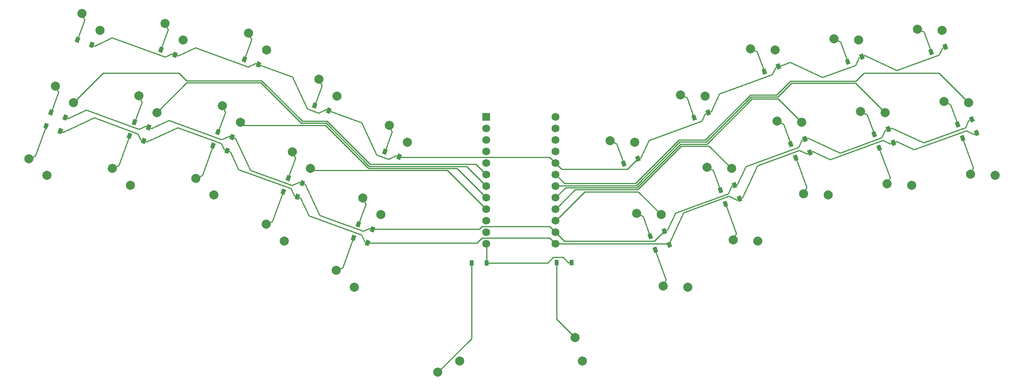
<source format=gbr>
G04 #@! TF.GenerationSoftware,KiCad,Pcbnew,(5.1.4)-1*
G04 #@! TF.CreationDate,2021-02-14T17:08:46-07:00*
G04 #@! TF.ProjectId,ONI-Kyan Shakotan,4f4e492d-4b79-4616-9e20-5368616b6f74,rev?*
G04 #@! TF.SameCoordinates,Original*
G04 #@! TF.FileFunction,Copper,L2,Bot*
G04 #@! TF.FilePolarity,Positive*
%FSLAX46Y46*%
G04 Gerber Fmt 4.6, Leading zero omitted, Abs format (unit mm)*
G04 Created by KiCad (PCBNEW (5.1.4)-1) date 2021-02-14 17:08:46*
%MOMM*%
%LPD*%
G04 APERTURE LIST*
%ADD10C,2.000000*%
%ADD11R,1.752600X1.752600*%
%ADD12C,1.752600*%
%ADD13R,0.900000X1.200000*%
%ADD14C,0.900000*%
%ADD15C,0.150000*%
%ADD16C,0.250000*%
G04 APERTURE END LIST*
D10*
X154750093Y-126112372D03*
X156355338Y-131292448D03*
X124572031Y-133772815D03*
X129394662Y-131292447D03*
X90741381Y-104877202D03*
X86761160Y-101193747D03*
X204655162Y-78752371D03*
X199238456Y-78489118D03*
X247205610Y-90401806D03*
X241788904Y-90138553D03*
X228837554Y-92564475D03*
X223420848Y-92301222D03*
X210469503Y-94727146D03*
X205052797Y-94463893D03*
X195008621Y-104877201D03*
X189591915Y-104613948D03*
X179547741Y-115027256D03*
X174131035Y-114764003D03*
X106202261Y-115027258D03*
X102222040Y-111343803D03*
X75280497Y-94727143D03*
X71300276Y-91043688D03*
X56912444Y-92564478D03*
X52932223Y-88881023D03*
X38544390Y-90401806D03*
X34564169Y-86718351D03*
X241391265Y-74427031D03*
X235974559Y-74163778D03*
X223023212Y-76589702D03*
X217606506Y-76326449D03*
X189194278Y-88902429D03*
X183777572Y-88639176D03*
X173733399Y-99052484D03*
X168316693Y-98789231D03*
X112016603Y-99052484D03*
X108036382Y-95369029D03*
X96555721Y-88902429D03*
X92575500Y-85218974D03*
X81094839Y-78752371D03*
X77114618Y-75068916D03*
X62726788Y-76589703D03*
X58746567Y-72906248D03*
X44358736Y-74427031D03*
X40378515Y-70743576D03*
X235576922Y-58452257D03*
X230160216Y-58189004D03*
X217208871Y-60614928D03*
X211792165Y-60351675D03*
X198840818Y-62777596D03*
X193424112Y-62514343D03*
X183379938Y-72927651D03*
X177963232Y-72664398D03*
X167919054Y-83077706D03*
X162502348Y-82814453D03*
X117830947Y-83077708D03*
X113850726Y-79394253D03*
X102370062Y-72927651D03*
X98389841Y-69244196D03*
X86909182Y-62777598D03*
X82928961Y-59094143D03*
X68541127Y-60614928D03*
X64560906Y-56931473D03*
X50173075Y-58452255D03*
X46192854Y-54768800D03*
D11*
X135255000Y-77569272D03*
D12*
X135255000Y-80109272D03*
X135255000Y-82649272D03*
X135255000Y-85189272D03*
X135255000Y-87729272D03*
X135255000Y-90269272D03*
X135255000Y-92809272D03*
X135255000Y-95349272D03*
X135255000Y-97889272D03*
X135255000Y-100429272D03*
X135255000Y-102969272D03*
X150495000Y-105509272D03*
X150495000Y-102969272D03*
X150495000Y-100429272D03*
X150495000Y-97889272D03*
X150495000Y-95349272D03*
X150495000Y-92809272D03*
X150495000Y-90269272D03*
X150495000Y-87729272D03*
X150495000Y-85189272D03*
X150495000Y-82649272D03*
X150495000Y-80109272D03*
X135255000Y-105509272D03*
X150495000Y-77569272D03*
D13*
X150676289Y-109601773D03*
X153976289Y-109601773D03*
X135276289Y-109670597D03*
X131976289Y-109670597D03*
D14*
X240069302Y-82197805D03*
D15*
G36*
X240286952Y-81480080D02*
G01*
X240697376Y-82607712D01*
X239851652Y-82915530D01*
X239441228Y-81787898D01*
X240286952Y-81480080D01*
X240286952Y-81480080D01*
G37*
D14*
X243170288Y-81069139D03*
D15*
G36*
X243387938Y-80351414D02*
G01*
X243798362Y-81479046D01*
X242952638Y-81786864D01*
X242542214Y-80659232D01*
X243387938Y-80351414D01*
X243387938Y-80351414D01*
G37*
D14*
X221701250Y-84360475D03*
D15*
G36*
X221918900Y-83642750D02*
G01*
X222329324Y-84770382D01*
X221483600Y-85078200D01*
X221073176Y-83950568D01*
X221918900Y-83642750D01*
X221918900Y-83642750D01*
G37*
D14*
X224802236Y-83231809D03*
D15*
G36*
X225019886Y-82514084D02*
G01*
X225430310Y-83641716D01*
X224584586Y-83949534D01*
X224174162Y-82821902D01*
X225019886Y-82514084D01*
X225019886Y-82514084D01*
G37*
D14*
X203333196Y-86523145D03*
D15*
G36*
X203550846Y-85805420D02*
G01*
X203961270Y-86933052D01*
X203115546Y-87240870D01*
X202705122Y-86113238D01*
X203550846Y-85805420D01*
X203550846Y-85805420D01*
G37*
D14*
X206434182Y-85394479D03*
D15*
G36*
X206651832Y-84676754D02*
G01*
X207062256Y-85804386D01*
X206216532Y-86112204D01*
X205806108Y-84984572D01*
X206651832Y-84676754D01*
X206651832Y-84676754D01*
G37*
D14*
X187872316Y-96673201D03*
D15*
G36*
X188089966Y-95955476D02*
G01*
X188500390Y-97083108D01*
X187654666Y-97390926D01*
X187244242Y-96263294D01*
X188089966Y-95955476D01*
X188089966Y-95955476D01*
G37*
D14*
X190973302Y-95544535D03*
D15*
G36*
X191190952Y-94826810D02*
G01*
X191601376Y-95954442D01*
X190755652Y-96262260D01*
X190345228Y-95134628D01*
X191190952Y-94826810D01*
X191190952Y-94826810D01*
G37*
D14*
X172411434Y-106823258D03*
D15*
G36*
X172629084Y-106105533D02*
G01*
X173039508Y-107233165D01*
X172193784Y-107540983D01*
X171783360Y-106413351D01*
X172629084Y-106105533D01*
X172629084Y-106105533D01*
G37*
D14*
X175512420Y-105694592D03*
D15*
G36*
X175730070Y-104976867D02*
G01*
X176140494Y-106104499D01*
X175294770Y-106412317D01*
X174884346Y-105284685D01*
X175730070Y-104976867D01*
X175730070Y-104976867D01*
G37*
D14*
X106008963Y-104155498D03*
D15*
G36*
X106637037Y-103745591D02*
G01*
X106226613Y-104873223D01*
X105380889Y-104565405D01*
X105791313Y-103437773D01*
X106637037Y-103745591D01*
X106637037Y-103745591D01*
G37*
D14*
X109109949Y-105284164D03*
D15*
G36*
X109738023Y-104874257D02*
G01*
X109327599Y-106001889D01*
X108481875Y-105694071D01*
X108892299Y-104566439D01*
X109738023Y-104874257D01*
X109738023Y-104874257D01*
G37*
D14*
X90548081Y-94005439D03*
D15*
G36*
X91176155Y-93595532D02*
G01*
X90765731Y-94723164D01*
X89920007Y-94415346D01*
X90330431Y-93287714D01*
X91176155Y-93595532D01*
X91176155Y-93595532D01*
G37*
D14*
X93649067Y-95134105D03*
D15*
G36*
X94277141Y-94724198D02*
G01*
X93866717Y-95851830D01*
X93020993Y-95544012D01*
X93431417Y-94416380D01*
X94277141Y-94724198D01*
X94277141Y-94724198D01*
G37*
D14*
X75087201Y-83855386D03*
D15*
G36*
X75715275Y-83445479D02*
G01*
X75304851Y-84573111D01*
X74459127Y-84265293D01*
X74869551Y-83137661D01*
X75715275Y-83445479D01*
X75715275Y-83445479D01*
G37*
D14*
X78188187Y-84984052D03*
D15*
G36*
X78816261Y-84574145D02*
G01*
X78405837Y-85701777D01*
X77560113Y-85393959D01*
X77970537Y-84266327D01*
X78816261Y-84574145D01*
X78816261Y-84574145D01*
G37*
D14*
X56719147Y-81692718D03*
D15*
G36*
X57347221Y-81282811D02*
G01*
X56936797Y-82410443D01*
X56091073Y-82102625D01*
X56501497Y-80974993D01*
X57347221Y-81282811D01*
X57347221Y-81282811D01*
G37*
D14*
X59820133Y-82821384D03*
D15*
G36*
X60448207Y-82411477D02*
G01*
X60037783Y-83539109D01*
X59192059Y-83231291D01*
X59602483Y-82103659D01*
X60448207Y-82411477D01*
X60448207Y-82411477D01*
G37*
D14*
X38351095Y-79530050D03*
D15*
G36*
X38979169Y-79120143D02*
G01*
X38568745Y-80247775D01*
X37723021Y-79939957D01*
X38133445Y-78812325D01*
X38979169Y-79120143D01*
X38979169Y-79120143D01*
G37*
D14*
X41452081Y-80658716D03*
D15*
G36*
X42080155Y-80248809D02*
G01*
X41669731Y-81376441D01*
X40824007Y-81068623D01*
X41234431Y-79940991D01*
X42080155Y-80248809D01*
X42080155Y-80248809D01*
G37*
D14*
X238979112Y-79202534D03*
D15*
G36*
X239196762Y-78484809D02*
G01*
X239607186Y-79612441D01*
X238761462Y-79920259D01*
X238351038Y-78792627D01*
X239196762Y-78484809D01*
X239196762Y-78484809D01*
G37*
D14*
X242080098Y-78073868D03*
D15*
G36*
X242297748Y-77356143D02*
G01*
X242708172Y-78483775D01*
X241862448Y-78791593D01*
X241452024Y-77663961D01*
X242297748Y-77356143D01*
X242297748Y-77356143D01*
G37*
D14*
X220611060Y-81365204D03*
D15*
G36*
X220828710Y-80647479D02*
G01*
X221239134Y-81775111D01*
X220393410Y-82082929D01*
X219982986Y-80955297D01*
X220828710Y-80647479D01*
X220828710Y-80647479D01*
G37*
D14*
X223712046Y-80236538D03*
D15*
G36*
X223929696Y-79518813D02*
G01*
X224340120Y-80646445D01*
X223494396Y-80954263D01*
X223083972Y-79826631D01*
X223929696Y-79518813D01*
X223929696Y-79518813D01*
G37*
D14*
X202243006Y-83527873D03*
D15*
G36*
X202460656Y-82810148D02*
G01*
X202871080Y-83937780D01*
X202025356Y-84245598D01*
X201614932Y-83117966D01*
X202460656Y-82810148D01*
X202460656Y-82810148D01*
G37*
D14*
X205343992Y-82399207D03*
D15*
G36*
X205561642Y-81681482D02*
G01*
X205972066Y-82809114D01*
X205126342Y-83116932D01*
X204715918Y-81989300D01*
X205561642Y-81681482D01*
X205561642Y-81681482D01*
G37*
D14*
X186782127Y-93677929D03*
D15*
G36*
X186999777Y-92960204D02*
G01*
X187410201Y-94087836D01*
X186564477Y-94395654D01*
X186154053Y-93268022D01*
X186999777Y-92960204D01*
X186999777Y-92960204D01*
G37*
D14*
X189883113Y-92549263D03*
D15*
G36*
X190100763Y-91831538D02*
G01*
X190511187Y-92959170D01*
X189665463Y-93266988D01*
X189255039Y-92139356D01*
X190100763Y-91831538D01*
X190100763Y-91831538D01*
G37*
D14*
X171321246Y-103827984D03*
D15*
G36*
X171538896Y-103110259D02*
G01*
X171949320Y-104237891D01*
X171103596Y-104545709D01*
X170693172Y-103418077D01*
X171538896Y-103110259D01*
X171538896Y-103110259D01*
G37*
D14*
X174422232Y-102699318D03*
D15*
G36*
X174639882Y-101981593D02*
G01*
X175050306Y-103109225D01*
X174204582Y-103417043D01*
X173794158Y-102289411D01*
X174639882Y-101981593D01*
X174639882Y-101981593D01*
G37*
D14*
X107099154Y-101160230D03*
D15*
G36*
X107727228Y-100750323D02*
G01*
X107316804Y-101877955D01*
X106471080Y-101570137D01*
X106881504Y-100442505D01*
X107727228Y-100750323D01*
X107727228Y-100750323D01*
G37*
D14*
X110200140Y-102288896D03*
D15*
G36*
X110828214Y-101878989D02*
G01*
X110417790Y-103006621D01*
X109572066Y-102698803D01*
X109982490Y-101571171D01*
X110828214Y-101878989D01*
X110828214Y-101878989D01*
G37*
D14*
X91638272Y-91010172D03*
D15*
G36*
X92266346Y-90600265D02*
G01*
X91855922Y-91727897D01*
X91010198Y-91420079D01*
X91420622Y-90292447D01*
X92266346Y-90600265D01*
X92266346Y-90600265D01*
G37*
D14*
X94739258Y-92138838D03*
D15*
G36*
X95367332Y-91728931D02*
G01*
X94956908Y-92856563D01*
X94111184Y-92548745D01*
X94521608Y-91421113D01*
X95367332Y-91728931D01*
X95367332Y-91728931D01*
G37*
D14*
X76177387Y-80860116D03*
D15*
G36*
X76805461Y-80450209D02*
G01*
X76395037Y-81577841D01*
X75549313Y-81270023D01*
X75959737Y-80142391D01*
X76805461Y-80450209D01*
X76805461Y-80450209D01*
G37*
D14*
X79278373Y-81988782D03*
D15*
G36*
X79906447Y-81578875D02*
G01*
X79496023Y-82706507D01*
X78650299Y-82398689D01*
X79060723Y-81271057D01*
X79906447Y-81578875D01*
X79906447Y-81578875D01*
G37*
D14*
X57809337Y-78697446D03*
D15*
G36*
X58437411Y-78287539D02*
G01*
X58026987Y-79415171D01*
X57181263Y-79107353D01*
X57591687Y-77979721D01*
X58437411Y-78287539D01*
X58437411Y-78287539D01*
G37*
D14*
X60910323Y-79826112D03*
D15*
G36*
X61538397Y-79416205D02*
G01*
X61127973Y-80543837D01*
X60282249Y-80236019D01*
X60692673Y-79108387D01*
X61538397Y-79416205D01*
X61538397Y-79416205D01*
G37*
D14*
X39441283Y-76534779D03*
D15*
G36*
X40069357Y-76124872D02*
G01*
X39658933Y-77252504D01*
X38813209Y-76944686D01*
X39223633Y-75817054D01*
X40069357Y-76124872D01*
X40069357Y-76124872D01*
G37*
D14*
X42542269Y-77663445D03*
D15*
G36*
X43170343Y-77253538D02*
G01*
X42759919Y-78381170D01*
X41914195Y-78073352D01*
X42324619Y-76945720D01*
X43170343Y-77253538D01*
X43170343Y-77253538D01*
G37*
D14*
X233164771Y-63227763D03*
D15*
G36*
X233382421Y-62510038D02*
G01*
X233792845Y-63637670D01*
X232947121Y-63945488D01*
X232536697Y-62817856D01*
X233382421Y-62510038D01*
X233382421Y-62510038D01*
G37*
D14*
X236265757Y-62099097D03*
D15*
G36*
X236483407Y-61381372D02*
G01*
X236893831Y-62509004D01*
X236048107Y-62816822D01*
X235637683Y-61689190D01*
X236483407Y-61381372D01*
X236483407Y-61381372D01*
G37*
D14*
X214796720Y-65390427D03*
D15*
G36*
X215014370Y-64672702D02*
G01*
X215424794Y-65800334D01*
X214579070Y-66108152D01*
X214168646Y-64980520D01*
X215014370Y-64672702D01*
X215014370Y-64672702D01*
G37*
D14*
X217897706Y-64261761D03*
D15*
G36*
X218115356Y-63544036D02*
G01*
X218525780Y-64671668D01*
X217680056Y-64979486D01*
X217269632Y-63851854D01*
X218115356Y-63544036D01*
X218115356Y-63544036D01*
G37*
D14*
X196428664Y-67553097D03*
D15*
G36*
X196646314Y-66835372D02*
G01*
X197056738Y-67963004D01*
X196211014Y-68270822D01*
X195800590Y-67143190D01*
X196646314Y-66835372D01*
X196646314Y-66835372D01*
G37*
D14*
X199529650Y-66424431D03*
D15*
G36*
X199747300Y-65706706D02*
G01*
X200157724Y-66834338D01*
X199312000Y-67142156D01*
X198901576Y-66014524D01*
X199747300Y-65706706D01*
X199747300Y-65706706D01*
G37*
D14*
X180967784Y-77703154D03*
D15*
G36*
X181185434Y-76985429D02*
G01*
X181595858Y-78113061D01*
X180750134Y-78420879D01*
X180339710Y-77293247D01*
X181185434Y-76985429D01*
X181185434Y-76985429D01*
G37*
D14*
X184068770Y-76574488D03*
D15*
G36*
X184286420Y-75856763D02*
G01*
X184696844Y-76984395D01*
X183851120Y-77292213D01*
X183440696Y-76164581D01*
X184286420Y-75856763D01*
X184286420Y-75856763D01*
G37*
D14*
X165506903Y-87853211D03*
D15*
G36*
X165724553Y-87135486D02*
G01*
X166134977Y-88263118D01*
X165289253Y-88570936D01*
X164878829Y-87443304D01*
X165724553Y-87135486D01*
X165724553Y-87135486D01*
G37*
D14*
X168607889Y-86724545D03*
D15*
G36*
X168825539Y-86006820D02*
G01*
X169235963Y-87134452D01*
X168390239Y-87442270D01*
X167979815Y-86314638D01*
X168825539Y-86006820D01*
X168825539Y-86006820D01*
G37*
D14*
X112913495Y-85185456D03*
D15*
G36*
X113541569Y-84775549D02*
G01*
X113131145Y-85903181D01*
X112285421Y-85595363D01*
X112695845Y-84467731D01*
X113541569Y-84775549D01*
X113541569Y-84775549D01*
G37*
D14*
X116014481Y-86314122D03*
D15*
G36*
X116642555Y-85904215D02*
G01*
X116232131Y-87031847D01*
X115386407Y-86724029D01*
X115796831Y-85596397D01*
X116642555Y-85904215D01*
X116642555Y-85904215D01*
G37*
D14*
X97452615Y-75035399D03*
D15*
G36*
X98080689Y-74625492D02*
G01*
X97670265Y-75753124D01*
X96824541Y-75445306D01*
X97234965Y-74317674D01*
X98080689Y-74625492D01*
X98080689Y-74625492D01*
G37*
D14*
X100553601Y-76164065D03*
D15*
G36*
X101181675Y-75754158D02*
G01*
X100771251Y-76881790D01*
X99925527Y-76573972D01*
X100335951Y-75446340D01*
X101181675Y-75754158D01*
X101181675Y-75754158D01*
G37*
D14*
X81991732Y-64885343D03*
D15*
G36*
X82619806Y-64475436D02*
G01*
X82209382Y-65603068D01*
X81363658Y-65295250D01*
X81774082Y-64167618D01*
X82619806Y-64475436D01*
X82619806Y-64475436D01*
G37*
D14*
X85092718Y-66014009D03*
D15*
G36*
X85720792Y-65604102D02*
G01*
X85310368Y-66731734D01*
X84464644Y-66423916D01*
X84875068Y-65296284D01*
X85720792Y-65604102D01*
X85720792Y-65604102D01*
G37*
D14*
X63623683Y-62722676D03*
D15*
G36*
X64251757Y-62312769D02*
G01*
X63841333Y-63440401D01*
X62995609Y-63132583D01*
X63406033Y-62004951D01*
X64251757Y-62312769D01*
X64251757Y-62312769D01*
G37*
D14*
X66724669Y-63851342D03*
D15*
G36*
X67352743Y-63441435D02*
G01*
X66942319Y-64569067D01*
X66096595Y-64261249D01*
X66507019Y-63133617D01*
X67352743Y-63441435D01*
X67352743Y-63441435D01*
G37*
D14*
X45255625Y-60560005D03*
D15*
G36*
X45883699Y-60150098D02*
G01*
X45473275Y-61277730D01*
X44627551Y-60969912D01*
X45037975Y-59842280D01*
X45883699Y-60150098D01*
X45883699Y-60150098D01*
G37*
D14*
X48356611Y-61688671D03*
D15*
G36*
X48984685Y-61278764D02*
G01*
X48574261Y-62406396D01*
X47728537Y-62098578D01*
X48138961Y-60970946D01*
X48984685Y-61278764D01*
X48984685Y-61278764D01*
G37*
D16*
X49014396Y-61928085D02*
X52875557Y-60127596D01*
X48356611Y-61688671D02*
X49014396Y-61928085D01*
X66066884Y-63611928D02*
X66724669Y-63851342D01*
X64480765Y-64351547D02*
X66066884Y-63611928D01*
X52875557Y-60127596D02*
X64480765Y-64351547D01*
X67382453Y-64090756D02*
X71179530Y-62320151D01*
X66724669Y-63851342D02*
X67382453Y-64090756D01*
X84434932Y-65774595D02*
X85092718Y-66014009D01*
X82784729Y-66544098D02*
X84434932Y-65774595D01*
X71179530Y-62320151D02*
X82784729Y-66544098D01*
X99895816Y-75924652D02*
X100553600Y-76164065D01*
X98309696Y-76664271D02*
X99895816Y-75924652D01*
X95807765Y-75753642D02*
X98309696Y-76664271D01*
X85092718Y-66014009D02*
X92528038Y-68720245D01*
X92528038Y-68720245D02*
X95807765Y-75753642D01*
X115356696Y-86074709D02*
X116014481Y-86314122D01*
X113706492Y-86844211D02*
X115356696Y-86074709D01*
X111063607Y-85882279D02*
X113706492Y-86844211D01*
X100553600Y-76164065D02*
X107753996Y-78784796D01*
X107753996Y-78784796D02*
X111063607Y-85882279D01*
X149198247Y-86432519D02*
X150495000Y-87729272D01*
X116014481Y-86314122D02*
X116132878Y-86432519D01*
X116132878Y-86432519D02*
X149198247Y-86432519D01*
X169265674Y-86485131D02*
X171036279Y-82688055D01*
X168607889Y-86724545D02*
X169265674Y-86485131D01*
X183410985Y-76813902D02*
X184068770Y-76574488D01*
X182641482Y-78464107D02*
X183410985Y-76813902D01*
X171036279Y-82688055D02*
X182641482Y-78464107D01*
X184726555Y-76335074D02*
X186527043Y-72473914D01*
X184068770Y-76574488D02*
X184726555Y-76335074D01*
X198871865Y-66663845D02*
X199529650Y-66424431D01*
X198132245Y-68249966D02*
X198871865Y-66663845D01*
X186527043Y-72473914D02*
X198132245Y-68249966D01*
X202125552Y-65479600D02*
X199529650Y-66424431D01*
X209223038Y-68789212D02*
X202125552Y-65479600D01*
X216470417Y-66151381D02*
X209223038Y-68789212D01*
X217897706Y-64261761D02*
X217239921Y-64501175D01*
X217239921Y-64501175D02*
X216470417Y-66151381D01*
X235607972Y-62338511D02*
X234868354Y-63924626D01*
X236265757Y-62099097D02*
X235607972Y-62338511D01*
X218555491Y-64022347D02*
X217897706Y-64261761D01*
X225588891Y-67302075D02*
X218555491Y-64022347D01*
X234868354Y-63924626D02*
X225588891Y-67302075D01*
X151371299Y-88605571D02*
X150495000Y-87729272D01*
X151848246Y-89082518D02*
X151371299Y-88605571D01*
X168607889Y-86724545D02*
X166249916Y-89082518D01*
X166249916Y-89082518D02*
X151848246Y-89082518D01*
X46850295Y-56178686D02*
X46192855Y-54768801D01*
X45255625Y-60560005D02*
X46850295Y-56178686D01*
X65218349Y-58341365D02*
X64560906Y-56931473D01*
X63623683Y-62722675D02*
X65218349Y-58341365D01*
X83586401Y-60504026D02*
X82928962Y-59094143D01*
X81991732Y-64885343D02*
X83586401Y-60504026D01*
X99047283Y-70654084D02*
X98389841Y-69244196D01*
X97452615Y-75035399D02*
X99047283Y-70654084D01*
X114508165Y-80804135D02*
X113850728Y-79394253D01*
X112913495Y-85185455D02*
X114508165Y-80804135D01*
X163912234Y-83471893D02*
X162502348Y-82814452D01*
X165506903Y-87853211D02*
X163912234Y-83471893D01*
X179373115Y-73321836D02*
X177963232Y-72664397D01*
X180967784Y-77703154D02*
X179373115Y-73321836D01*
X194833996Y-63171782D02*
X193424112Y-62514343D01*
X196428665Y-67553097D02*
X194833996Y-63171782D01*
X213202053Y-61009116D02*
X211792165Y-60351675D01*
X214796720Y-65390427D02*
X213202053Y-61009116D01*
X231570102Y-58846444D02*
X230160216Y-58189003D01*
X233164772Y-63227763D02*
X231570102Y-58846444D01*
X78620588Y-81749368D02*
X76970383Y-82518872D01*
X79278373Y-81988782D02*
X78620588Y-81749368D01*
X61568108Y-80065526D02*
X60910322Y-79826112D01*
X65365179Y-78294922D02*
X61568108Y-80065526D01*
X76970383Y-82518872D02*
X65365179Y-78294922D01*
X60252538Y-79586698D02*
X58794587Y-80266551D01*
X60910322Y-79826112D02*
X60252538Y-79586698D01*
X43200054Y-77902859D02*
X42542269Y-77663445D01*
X47189385Y-76042603D02*
X43200054Y-77902859D01*
X58794587Y-80266551D02*
X47189385Y-76042603D01*
X109542355Y-102049482D02*
X110200140Y-102288896D01*
X108148492Y-102699451D02*
X109542355Y-102049482D01*
X98551882Y-99206571D02*
X108148492Y-102699451D01*
X94739258Y-92138839D02*
X95361805Y-92365427D01*
X95361805Y-92365427D02*
X98551882Y-99206571D01*
X94081473Y-91899425D02*
X94739258Y-92138839D01*
X92495353Y-92639045D02*
X94081473Y-91899425D01*
X83321605Y-89300074D02*
X92495353Y-92639045D01*
X79278373Y-81988782D02*
X80041878Y-82266675D01*
X80041878Y-82266675D02*
X83321605Y-89300074D01*
X175080017Y-102459904D02*
X176850621Y-98662830D01*
X174422232Y-102699318D02*
X175080017Y-102459904D01*
X189225328Y-92788677D02*
X189883113Y-92549263D01*
X188455825Y-94438881D02*
X189225328Y-92788677D01*
X176850621Y-98662830D02*
X188455825Y-94438881D01*
X190540898Y-92309849D02*
X192341387Y-88448688D01*
X189883113Y-92549263D02*
X190540898Y-92309849D01*
X204686207Y-82638621D02*
X205343992Y-82399207D01*
X203946588Y-84224740D02*
X204686207Y-82638621D01*
X192341387Y-88448688D02*
X203946588Y-84224740D01*
X206001777Y-82159793D02*
X213099261Y-85469404D01*
X205343992Y-82399207D02*
X206001777Y-82159793D01*
X223054261Y-80475951D02*
X223712046Y-80236537D01*
X222284758Y-82126157D02*
X223054261Y-80475951D01*
X213099261Y-85469404D02*
X222284758Y-82126157D01*
X241422313Y-78313282D02*
X242080098Y-78073867D01*
X240682693Y-79899402D02*
X241422313Y-78313282D01*
X231508947Y-83238373D02*
X240682693Y-79899402D01*
X223712046Y-80236537D02*
X224475548Y-79958645D01*
X224475548Y-79958645D02*
X231508947Y-83238373D01*
X152396447Y-104870719D02*
X150495000Y-102969272D01*
X174422232Y-102699318D02*
X172250831Y-104870719D01*
X172250831Y-104870719D02*
X152396447Y-104870719D01*
X149225728Y-101700000D02*
X150495000Y-102969272D01*
X134316629Y-101700000D02*
X149225728Y-101700000D01*
X110200140Y-102288896D02*
X133727733Y-102288896D01*
X133727733Y-102288896D02*
X134316629Y-101700000D01*
X41035954Y-72153458D02*
X40378515Y-70743576D01*
X39441283Y-76534778D02*
X41035954Y-72153458D01*
X59404006Y-74316129D02*
X58746568Y-72906248D01*
X57809337Y-78697445D02*
X59404006Y-74316129D01*
X77772057Y-76478797D02*
X77114619Y-75068917D01*
X76177387Y-80860116D02*
X77772057Y-76478797D01*
X93232941Y-86628857D02*
X92575501Y-85218974D01*
X91638273Y-91010172D02*
X93232941Y-86628857D01*
X108693822Y-96778913D02*
X108036383Y-95369029D01*
X107099154Y-101160229D02*
X108693822Y-96778913D01*
X169726579Y-99446671D02*
X168316693Y-98789231D01*
X171321246Y-103827985D02*
X169726579Y-99446671D01*
X185187460Y-89296617D02*
X183777572Y-88639176D01*
X186782127Y-93677930D02*
X185187460Y-89296617D01*
X200648338Y-79146556D02*
X199238456Y-78489118D01*
X202243006Y-83527873D02*
X200648338Y-79146556D01*
X219016392Y-76983889D02*
X217606507Y-76326449D01*
X220611060Y-81365204D02*
X219016392Y-76983889D01*
X237384444Y-74821217D02*
X235974560Y-74163777D01*
X238979113Y-79202534D02*
X237384444Y-74821217D01*
X42109865Y-80898130D02*
X48902944Y-77730466D01*
X41452080Y-80658717D02*
X42109865Y-80898130D01*
X59162348Y-82581970D02*
X59820133Y-82821384D01*
X58534792Y-81236172D02*
X59162348Y-82581970D01*
X48902944Y-77730466D02*
X58534792Y-81236172D01*
X60477917Y-83060798D02*
X67335081Y-79863250D01*
X59820133Y-82821384D02*
X60477917Y-83060798D01*
X77530402Y-84744638D02*
X78188187Y-84984052D01*
X76872963Y-83334756D02*
X77530402Y-84744638D01*
X67335081Y-79863250D02*
X76872963Y-83334756D01*
X108452164Y-105044750D02*
X109109948Y-105284164D01*
X107749899Y-103538738D02*
X108452164Y-105044750D01*
X96191681Y-99331890D02*
X107749899Y-103538738D01*
X93649067Y-95134105D02*
X94353837Y-95390621D01*
X94353837Y-95390621D02*
X96191681Y-99331890D01*
X92991282Y-94894691D02*
X93649067Y-95134105D01*
X92244194Y-93292555D02*
X92991282Y-94894691D01*
X80732960Y-89102808D02*
X92244194Y-93292555D01*
X78188187Y-84984052D02*
X78939942Y-85257669D01*
X78939942Y-85257669D02*
X80732960Y-89102808D01*
X149218247Y-104232519D02*
X150495000Y-105509272D01*
X134254394Y-104232519D02*
X149218247Y-104232519D01*
X109109948Y-105284164D02*
X133202749Y-105284164D01*
X133202749Y-105284164D02*
X134254394Y-104232519D01*
X242512503Y-81308553D02*
X243170288Y-81069139D01*
X240910362Y-80561462D02*
X242512503Y-81308553D01*
X229399129Y-84751208D02*
X240910362Y-80561462D01*
X224802235Y-83231809D02*
X225553992Y-82958191D01*
X225553992Y-82958191D02*
X229399129Y-84751208D01*
X207091967Y-85155065D02*
X210873017Y-86918197D01*
X206434182Y-85394479D02*
X207091967Y-85155065D01*
X224144451Y-83471223D02*
X224802235Y-83231809D01*
X222478223Y-82694248D02*
X224144451Y-83471223D01*
X210873017Y-86918197D02*
X222478223Y-82694248D01*
X191631087Y-95305120D02*
X194918287Y-88255697D01*
X190973302Y-95544534D02*
X191631087Y-95305120D01*
X205776397Y-85633893D02*
X206434182Y-85394479D01*
X204174254Y-84886801D02*
X205776397Y-85633893D01*
X194918287Y-88255697D02*
X204174254Y-84886801D01*
X175461117Y-105553638D02*
X178688550Y-98632385D01*
X175512420Y-105694592D02*
X175461117Y-105553638D01*
X190315517Y-95783948D02*
X190973302Y-95544534D01*
X188649288Y-95006973D02*
X190315517Y-95783948D01*
X178688550Y-98632385D02*
X188649288Y-95006973D01*
X175327100Y-105509272D02*
X150495000Y-105509272D01*
X175512420Y-105694592D02*
X175327100Y-105509272D01*
X35974056Y-86060910D02*
X34564168Y-86718351D01*
X38351095Y-79530050D02*
X35974056Y-86060910D01*
X54342107Y-88223584D02*
X52932223Y-88881023D01*
X56719147Y-81692718D02*
X54342107Y-88223584D01*
X72710162Y-90386248D02*
X71300276Y-91043688D01*
X75087201Y-83855386D02*
X72710162Y-90386248D01*
X88171039Y-100536310D02*
X86761160Y-101193747D01*
X90548082Y-94005439D02*
X88171039Y-100536310D01*
X103631922Y-110686365D02*
X102222041Y-111343803D01*
X106008963Y-104155499D02*
X103631922Y-110686365D01*
X174788474Y-113354121D02*
X174131036Y-114764003D01*
X172411434Y-106823258D02*
X174788474Y-113354121D01*
X190249356Y-103204063D02*
X189591916Y-104613948D01*
X187872317Y-96673201D02*
X190249356Y-103204063D01*
X205710237Y-93054010D02*
X205052798Y-94463893D01*
X203333196Y-86523145D02*
X205710237Y-93054010D01*
X224078289Y-90891337D02*
X223420849Y-92301222D01*
X221701250Y-84360475D02*
X224078289Y-90891337D01*
X242446343Y-88728671D02*
X241788904Y-90138552D01*
X240069302Y-82197805D02*
X242446343Y-88728671D01*
X131976289Y-126368556D02*
X124572031Y-133772815D01*
X131976289Y-109670597D02*
X131976289Y-126368556D01*
X94709308Y-78470575D02*
X100176269Y-78470575D01*
X100176269Y-78470575D02*
X109682529Y-87976835D01*
X50915173Y-67870595D02*
X67576289Y-67870595D01*
X69276289Y-69570595D02*
X85809327Y-69570596D01*
X67576289Y-67870595D02*
X69276289Y-69570595D01*
X44358734Y-74427033D02*
X50915173Y-67870595D01*
X109682529Y-87976835D02*
X132962564Y-87976835D01*
X85809327Y-69570596D02*
X94709308Y-78470575D01*
X132962564Y-87976835D02*
X134378701Y-89392972D01*
X134378701Y-89392972D02*
X135255000Y-90269272D01*
X135255000Y-92809272D02*
X135255001Y-92809272D01*
X69295880Y-70020605D02*
X85622929Y-70020606D01*
X85622929Y-70020606D02*
X94522906Y-78920586D01*
X94522906Y-78920586D02*
X99989868Y-78920585D01*
X99989868Y-78920585D02*
X109496129Y-88426846D01*
X62726787Y-76589700D02*
X69295880Y-70020605D01*
X109496129Y-88426846D02*
X130872575Y-88426843D01*
X130872575Y-88426843D02*
X135255000Y-92809272D01*
X81094839Y-78752370D02*
X81713065Y-79370596D01*
X128782586Y-88876856D02*
X135255000Y-95349272D01*
X109309730Y-88876857D02*
X128782586Y-88876856D01*
X99803467Y-79370596D02*
X109309730Y-88876857D01*
X81713065Y-79370596D02*
X99803467Y-79370596D01*
X126692594Y-89326863D02*
X135255000Y-97889272D01*
X96980160Y-89326864D02*
X126692594Y-89326863D01*
X96555720Y-88902428D02*
X96980160Y-89326864D01*
X179547740Y-115027261D02*
X179241397Y-115684214D01*
X156903622Y-94020648D02*
X151371299Y-99552973D01*
X168701565Y-94020650D02*
X156903622Y-94020648D01*
X173733398Y-99052483D02*
X168701565Y-94020650D01*
X151371299Y-99552973D02*
X150495000Y-100429272D01*
X154813633Y-93570639D02*
X151371299Y-97012973D01*
X168585479Y-93570640D02*
X154813633Y-93570639D01*
X189194279Y-88902427D02*
X184268688Y-83976835D01*
X178179282Y-83976836D02*
X168585479Y-93570640D01*
X151371299Y-97012973D02*
X150495000Y-97889272D01*
X184268688Y-83976835D02*
X178179282Y-83976836D01*
X152723643Y-93120628D02*
X150495000Y-95349271D01*
X168399078Y-93120628D02*
X152723643Y-93120628D01*
X177992882Y-83526824D02*
X168399078Y-93120628D01*
X183792883Y-83526824D02*
X177992882Y-83526824D01*
X193742869Y-73576835D02*
X183792883Y-83526824D01*
X199479625Y-73576836D02*
X193742869Y-73576835D01*
X204655161Y-78752371D02*
X199479625Y-73576836D01*
X150633654Y-92670616D02*
X150495001Y-92809271D01*
X168212678Y-92670615D02*
X150633654Y-92670616D01*
X177806480Y-83076813D02*
X168212678Y-92670615D01*
X216504108Y-70070596D02*
X202412700Y-70070596D01*
X223023216Y-76589703D02*
X216504108Y-70070596D01*
X202412700Y-70070596D02*
X199356471Y-73126825D01*
X199356471Y-73126825D02*
X193556469Y-73126825D01*
X193556469Y-73126825D02*
X183606482Y-83076813D01*
X183606482Y-83076813D02*
X177806480Y-83076813D01*
X202226300Y-69620584D02*
X199170070Y-72676813D01*
X199170070Y-72676813D02*
X193370069Y-72676814D01*
X193370069Y-72676814D02*
X183420081Y-82626803D01*
X168026277Y-92220606D02*
X152446335Y-92220605D01*
X183420081Y-82626803D02*
X177620080Y-82626800D01*
X177620080Y-82626800D02*
X168026277Y-92220606D01*
X234834829Y-67870595D02*
X218321810Y-67870593D01*
X241391267Y-74427033D02*
X234834829Y-67870595D01*
X218321810Y-67870593D02*
X216571820Y-69620584D01*
X152446335Y-92220605D02*
X150495001Y-90269271D01*
X216571820Y-69620584D02*
X202226300Y-69620584D01*
X135276288Y-105530561D02*
X135255001Y-105509273D01*
X135276291Y-109670597D02*
X135276288Y-105530561D01*
X148776289Y-109670594D02*
X135276291Y-109670597D01*
X149976289Y-108470595D02*
X148776289Y-109670594D01*
X152145109Y-108470595D02*
X149976289Y-108470595D01*
X153976289Y-109601775D02*
X153276290Y-109601773D01*
X153276290Y-109601773D02*
X152145109Y-108470595D01*
X150676290Y-122038566D02*
X154750093Y-126112371D01*
X150676289Y-109601775D02*
X150676290Y-122038566D01*
M02*

</source>
